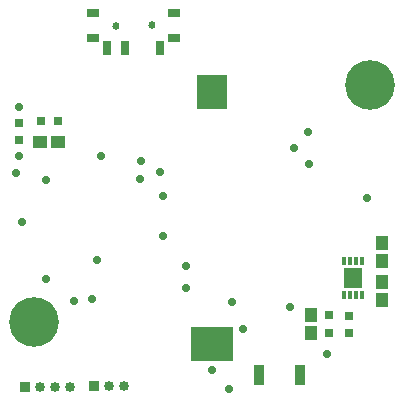
<source format=gts>
G04*
G04 #@! TF.GenerationSoftware,Altium Limited,Altium Designer,18.1.6 (161)*
G04*
G04 Layer_Color=8388736*
%FSTAX24Y24*%
%MOIN*%
G70*
G01*
G75*
%ADD16R,0.0295X0.0315*%
%ADD18R,0.0315X0.0295*%
%ADD20R,0.0118X0.0276*%
%ADD21R,0.0642X0.0689*%
%ADD24R,0.0354X0.0709*%
%ADD25R,0.1024X0.1181*%
%ADD26R,0.1417X0.1181*%
%ADD27R,0.0454X0.0434*%
%ADD28R,0.0434X0.0454*%
%ADD29R,0.0395X0.0277*%
%ADD30R,0.0277X0.0474*%
%ADD31C,0.0336*%
%ADD32R,0.0336X0.0336*%
%ADD33C,0.0247*%
%ADD34C,0.0280*%
%ADD35C,0.1655*%
D16*
X004341Y010325D02*
D03*
Y010915D02*
D03*
X015325Y003888D02*
D03*
Y004478D02*
D03*
X014685Y004488D02*
D03*
Y003898D02*
D03*
D18*
X005649Y010955D02*
D03*
X005058D02*
D03*
D20*
X015167Y005167D02*
D03*
X015364D02*
D03*
X015561D02*
D03*
X015758D02*
D03*
Y006309D02*
D03*
X015561D02*
D03*
X015364D02*
D03*
X015167D02*
D03*
D21*
X015463Y005738D02*
D03*
D24*
X013701Y00249D02*
D03*
X012323D02*
D03*
D25*
X010758Y011949D02*
D03*
D26*
Y003524D02*
D03*
D27*
X00503Y010266D02*
D03*
X00562D02*
D03*
D28*
X014065Y004488D02*
D03*
Y003898D02*
D03*
X016427Y006309D02*
D03*
Y0069D02*
D03*
Y00501D02*
D03*
Y0056D02*
D03*
D29*
X009518Y01373D02*
D03*
Y014557D02*
D03*
X006801D02*
D03*
Y01373D02*
D03*
D30*
X007274Y013415D02*
D03*
X007864D02*
D03*
X009045D02*
D03*
D31*
X007825Y002126D02*
D03*
X007325D02*
D03*
X006032Y002116D02*
D03*
X005531D02*
D03*
X005031D02*
D03*
D32*
X006825Y002126D02*
D03*
X004532Y002116D02*
D03*
D33*
X007569Y014144D02*
D03*
X008759Y014154D02*
D03*
D34*
X004242Y009222D02*
D03*
X004341Y011447D02*
D03*
X006161Y004974D02*
D03*
X005246Y005699D02*
D03*
X011447Y004931D02*
D03*
X009902Y005413D02*
D03*
X013366Y004774D02*
D03*
X010758Y002667D02*
D03*
X005226Y009016D02*
D03*
X004341Y009803D02*
D03*
X014596Y003209D02*
D03*
X008377Y009037D02*
D03*
X011804Y004037D02*
D03*
X011348Y002028D02*
D03*
X006949Y006319D02*
D03*
X015925Y008386D02*
D03*
X006754Y005031D02*
D03*
X007069Y009805D02*
D03*
X004421Y00759D02*
D03*
X009911Y006142D02*
D03*
X009124Y007146D02*
D03*
Y008465D02*
D03*
X013514Y010057D02*
D03*
X014016Y009529D02*
D03*
X009038Y009283D02*
D03*
X008408Y009618D02*
D03*
X013986Y01061D02*
D03*
D35*
X004852Y004281D02*
D03*
X016043Y012165D02*
D03*
M02*

</source>
